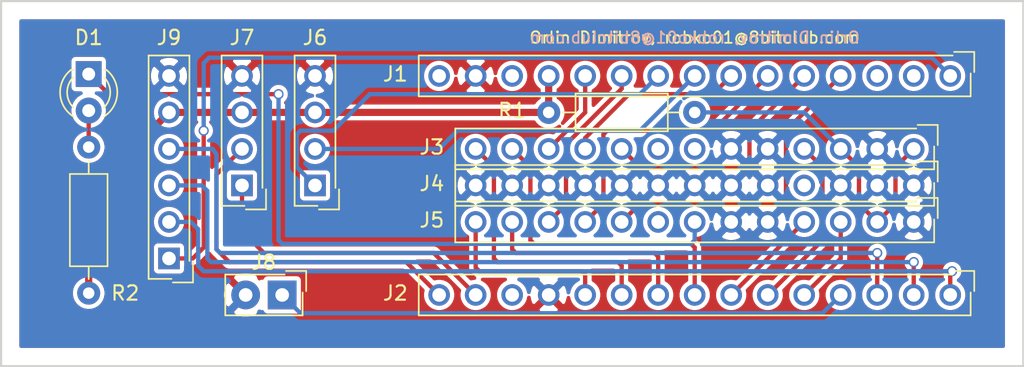
<source format=kicad_pcb>
(kicad_pcb (version 20171130) (host pcbnew "(5.1.9)-1")
  (title_block (title "Robko01 Arduino Extention") (rev 1.0) (company 8BitClub) (comment 1 "Orlin Dimitrov") (comment 2 robko01@8bitclub.com))
  (layers (0 F.Cu signal) (31 B.Cu signal) (34 B.Paste user) (35 F.Paste user) (36 B.SilkS user) (37 F.SilkS user) (38 B.Mask user) (39 F.Mask user) (44 Edge.Cuts user))
  (net 0 "")
  (net 1 "Net-(J1-Pad1)")
  (net 2 "Net-(J1-Pad2)")
  (net 3 "Net-(J1-Pad3)")
  (net 4 DO3)
  (net 5 DO2)
  (net 6 DO1)
  (net 7 DO0)
  (net 8 "Net-(J1-Pad8)")
  (net 9 "Net-(J1-Pad9)")
  (net 10 IOR)
  (net 11 IOW)
  (net 12 +5V)
  (net 13 "Net-(J1-Pad13)")
  (net 14 GND)
  (net 15 "Net-(J1-Pad15)")
  (net 16 "Net-(J2-Pad1)")
  (net 17 "Net-(J2-Pad2)")
  (net 18 "Net-(J2-Pad3)")
  (net 19 "Net-(J2-Pad4)")
  (net 20 A2)
  (net 21 A1)
  (net 22 A0)
  (net 23 DI3)
  (net 24 DI2)
  (net 25 DI1)
  (net 26 DI0)
  (net 27 "Net-(J2-Pad13)")
  (net 28 "Net-(J2-Pad14)")
  (net 29 "Net-(J2-Pad15)")
  (net 30 "Net-(J3-Pad1)")
  (net 31 "Net-(J3-Pad7)")
  (net 32 "Net-(J5-Pad8)")
  (net 33 LED)
  (net 34 "Net-(J3-Pad8)")
  (net 35 "Net-(D1-Pad2)")
  (module LEDs:LED_D3.0mm (layer F.Cu) (at 135.636 109.22 270)
    (fp_text reference D1 (at -2.54 0 180) (layer F.SilkS))
    (fp_text value LED)
    (fp_line (start -0.29 1.08) (end -0.29 1.236) (layer F.SilkS) (width 0.12))
    (fp_line (start -0.29 -1.236) (end -0.29 -1.08) (layer F.SilkS) (width 0.12))
    (fp_arc (start 1.27 0) (end -0.29 -1.235516) (angle 108.8) (layer F.SilkS) (width 0.12))
    (fp_arc (start 1.27 0) (end -0.29 1.235516) (angle -108.8) (layer F.SilkS) (width 0.12))
    (fp_arc (start 1.27 0) (end 0.229039 -1.08) (angle 87.9) (layer F.SilkS) (width 0.12))
    (fp_arc (start 1.27 0) (end 0.229039 1.08) (angle -87.9) (layer F.SilkS) (width 0.12))
    (pad 1 thru_hole rect (at 0 0 270) (size 1.8 1.8) (drill 0.9) (layers *.Cu *.Mask) (net 33 LED))
    (pad 2 thru_hole circle (at 2.54 0 270) (size 1.8 1.8) (drill 0.9) (layers *.Cu *.Mask) (net 35 "Net-(D1-Pad2)"))
  )
  (module Connectors_Samtec:SL-115-X-XX_1x15 (layer F.Cu) (at 195.58 109.347 270)
    (fp_text reference J1 (at -0.127 38.608) (layer F.SilkS))
    (fp_text value CONN_01X15)
    (fp_line (start -1.67 -1.67) (end -1.67 -0.27) (layer F.SilkS) (width 0.12))
    (fp_line (start -0.27 -1.67) (end -1.67 -1.67) (layer F.SilkS) (width 0.12))
    (fp_line (start -1.42 36.98) (end -1.42 -0.17) (layer F.SilkS) (width 0.12))
    (fp_line (start 1.42 36.98) (end -1.42 36.98) (layer F.SilkS) (width 0.12))
    (fp_line (start 1.42 -1.42) (end 1.42 36.98) (layer F.SilkS) (width 0.12))
    (fp_line (start -0.17 -1.42) (end 1.42 -1.42) (layer F.SilkS) (width 0.12))
    (pad 1 thru_hole circle (at 0 0 270) (size 1.5 1.5) (drill 0.95) (layers *.Cu *.Mask) (net 1 "Net-(J1-Pad1)"))
    (pad 2 thru_hole circle (at 0 2.54 270) (size 1.5 1.5) (drill 0.95) (layers *.Cu *.Mask) (net 2 "Net-(J1-Pad2)"))
    (pad 3 thru_hole circle (at 0 5.08 270) (size 1.5 1.5) (drill 0.95) (layers *.Cu *.Mask) (net 3 "Net-(J1-Pad3)"))
    (pad 4 thru_hole circle (at 0 7.62 270) (size 1.5 1.5) (drill 0.95) (layers *.Cu *.Mask) (net 11 IOW))
    (pad 5 thru_hole circle (at 0 10.16 270) (size 1.5 1.5) (drill 0.95) (layers *.Cu *.Mask) (net 10 IOR))
    (pad 6 thru_hole circle (at 0 12.7 270) (size 1.5 1.5) (drill 0.95) (layers *.Cu *.Mask) (net 5 DO2))
    (pad 7 thru_hole circle (at 0 15.24 270) (size 1.5 1.5) (drill 0.95) (layers *.Cu *.Mask) (net 4 DO3))
    (pad 8 thru_hole circle (at 0 17.78 270) (size 1.5 1.5) (drill 0.95) (layers *.Cu *.Mask) (net 8 "Net-(J1-Pad8)"))
    (pad 9 thru_hole circle (at 0 20.32 270) (size 1.5 1.5) (drill 0.95) (layers *.Cu *.Mask) (net 9 "Net-(J1-Pad9)"))
    (pad 10 thru_hole circle (at 0 22.86 270) (size 1.5 1.5) (drill 0.95) (layers *.Cu *.Mask) (net 7 DO0))
    (pad 11 thru_hole circle (at 0 25.4 270) (size 1.5 1.5) (drill 0.95) (layers *.Cu *.Mask) (net 6 DO1))
    (pad 12 thru_hole circle (at 0 27.94 270) (size 1.5 1.5) (drill 0.95) (layers *.Cu *.Mask) (net 12 +5V))
    (pad 13 thru_hole circle (at 0 30.48 270) (size 1.5 1.5) (drill 0.95) (layers *.Cu *.Mask) (net 13 "Net-(J1-Pad13)"))
    (pad 14 thru_hole circle (at 0 33.02 270) (size 1.5 1.5) (drill 0.95) (layers *.Cu *.Mask) (net 14 GND))
    (pad 15 thru_hole circle (at 0 35.56 270) (size 1.5 1.5) (drill 0.95) (layers *.Cu *.Mask) (net 15 "Net-(J1-Pad15)"))
  )
  (module Connectors_Samtec:SL-115-X-XX_1x15 (layer F.Cu) (at 195.58 124.587 270)
    (fp_text reference J2 (at -0.127 38.608) (layer F.SilkS))
    (fp_text value CONN_01X15)
    (fp_line (start -1.67 -1.67) (end -1.67 -0.27) (layer F.SilkS) (width 0.12))
    (fp_line (start -0.27 -1.67) (end -1.67 -1.67) (layer F.SilkS) (width 0.12))
    (fp_line (start -1.42 36.98) (end -1.42 -0.17) (layer F.SilkS) (width 0.12))
    (fp_line (start 1.42 36.98) (end -1.42 36.98) (layer F.SilkS) (width 0.12))
    (fp_line (start 1.42 -1.42) (end 1.42 36.98) (layer F.SilkS) (width 0.12))
    (fp_line (start -0.17 -1.42) (end 1.42 -1.42) (layer F.SilkS) (width 0.12))
    (pad 1 thru_hole circle (at 0 0 270) (size 1.5 1.5) (drill 0.95) (layers *.Cu *.Mask) (net 16 "Net-(J2-Pad1)"))
    (pad 2 thru_hole circle (at 0 2.54 270) (size 1.5 1.5) (drill 0.95) (layers *.Cu *.Mask) (net 17 "Net-(J2-Pad2)"))
    (pad 3 thru_hole circle (at 0 5.08 270) (size 1.5 1.5) (drill 0.95) (layers *.Cu *.Mask) (net 18 "Net-(J2-Pad3)"))
    (pad 4 thru_hole circle (at 0 7.62 270) (size 1.5 1.5) (drill 0.95) (layers *.Cu *.Mask) (net 19 "Net-(J2-Pad4)"))
    (pad 5 thru_hole circle (at 0 10.16 270) (size 1.5 1.5) (drill 0.95) (layers *.Cu *.Mask) (net 20 A2))
    (pad 6 thru_hole circle (at 0 12.7 270) (size 1.5 1.5) (drill 0.95) (layers *.Cu *.Mask) (net 21 A1))
    (pad 7 thru_hole circle (at 0 15.24 270) (size 1.5 1.5) (drill 0.95) (layers *.Cu *.Mask) (net 22 A0))
    (pad 8 thru_hole circle (at 0 17.78 270) (size 1.5 1.5) (drill 0.95) (layers *.Cu *.Mask) (net 23 DI3))
    (pad 9 thru_hole circle (at 0 20.32 270) (size 1.5 1.5) (drill 0.95) (layers *.Cu *.Mask) (net 24 DI2))
    (pad 10 thru_hole circle (at 0 22.86 270) (size 1.5 1.5) (drill 0.95) (layers *.Cu *.Mask) (net 25 DI1))
    (pad 11 thru_hole circle (at 0 25.4 270) (size 1.5 1.5) (drill 0.95) (layers *.Cu *.Mask) (net 26 DI0))
    (pad 12 thru_hole circle (at 0 27.94 270) (size 1.5 1.5) (drill 0.95) (layers *.Cu *.Mask) (net 14 GND))
    (pad 13 thru_hole circle (at 0 30.48 270) (size 1.5 1.5) (drill 0.95) (layers *.Cu *.Mask) (net 27 "Net-(J2-Pad13)"))
    (pad 14 thru_hole circle (at 0 33.02 270) (size 1.5 1.5) (drill 0.95) (layers *.Cu *.Mask) (net 28 "Net-(J2-Pad14)"))
    (pad 15 thru_hole circle (at 0 35.56 270) (size 1.5 1.5) (drill 0.95) (layers *.Cu *.Mask) (net 29 "Net-(J2-Pad15)"))
  )
  (module Connectors_Samtec:SL-113-X-XX_1x13 (layer F.Cu) (at 193.04 114.427 270)
    (fp_text reference J3 (at -0.127 33.528) (layer F.SilkS))
    (fp_text value A)
    (fp_line (start -1.67 -1.67) (end -1.67 -0.27) (layer F.SilkS) (width 0.12))
    (fp_line (start -0.27 -1.67) (end -1.67 -1.67) (layer F.SilkS) (width 0.12))
    (fp_line (start -1.42 31.9) (end -1.42 -0.17) (layer F.SilkS) (width 0.12))
    (fp_line (start 1.42 31.9) (end -1.42 31.9) (layer F.SilkS) (width 0.12))
    (fp_line (start 1.42 -1.42) (end 1.42 31.9) (layer F.SilkS) (width 0.12))
    (fp_line (start -0.17 -1.42) (end 1.42 -1.42) (layer F.SilkS) (width 0.12))
    (pad 1 thru_hole circle (at 0 0 270) (size 1.5 1.5) (drill 0.95) (layers *.Cu *.Mask) (net 30 "Net-(J3-Pad1)"))
    (pad 2 thru_hole circle (at 0 2.54 270) (size 1.5 1.5) (drill 0.95) (layers *.Cu *.Mask) (net 14 GND))
    (pad 3 thru_hole circle (at 0 5.08 270) (size 1.5 1.5) (drill 0.95) (layers *.Cu *.Mask) (net 30 "Net-(J3-Pad1)"))
    (pad 4 thru_hole circle (at 0 7.62 270) (size 1.5 1.5) (drill 0.95) (layers *.Cu *.Mask) (net 21 A1))
    (pad 5 thru_hole circle (at 0 10.16 270) (size 1.5 1.5) (drill 0.95) (layers *.Cu *.Mask) (net 14 GND))
    (pad 6 thru_hole circle (at 0 12.7 270) (size 1.5 1.5) (drill 0.95) (layers *.Cu *.Mask) (net 14 GND))
    (pad 7 thru_hole circle (at 0 15.24 270) (size 1.5 1.5) (drill 0.95) (layers *.Cu *.Mask) (net 31 "Net-(J3-Pad7)"))
    (pad 8 thru_hole circle (at 0 17.78 270) (size 1.5 1.5) (drill 0.95) (layers *.Cu *.Mask) (net 34 "Net-(J3-Pad8)"))
    (pad 9 thru_hole circle (at 0 20.32 270) (size 1.5 1.5) (drill 0.95) (layers *.Cu *.Mask) (net 10 IOR))
    (pad 10 thru_hole circle (at 0 22.86 270) (size 1.5 1.5) (drill 0.95) (layers *.Cu *.Mask) (net 4 DO3))
    (pad 11 thru_hole circle (at 0 25.4 270) (size 1.5 1.5) (drill 0.95) (layers *.Cu *.Mask) (net 6 DO1))
    (pad 12 thru_hole circle (at 0 27.94 270) (size 1.5 1.5) (drill 0.95) (layers *.Cu *.Mask) (net 23 DI3))
    (pad 13 thru_hole circle (at 0 30.48 270) (size 1.5 1.5) (drill 0.95) (layers *.Cu *.Mask) (net 25 DI1))
  )
  (module Connectors_Samtec:SL-113-X-XX_1x13 (layer F.Cu) (at 193.04 116.967 270)
    (fp_text reference J4 (at -0.127 33.528) (layer F.SilkS))
    (fp_text value B)
    (fp_line (start -1.67 -1.67) (end -1.67 -0.27) (layer F.SilkS) (width 0.12))
    (fp_line (start -0.27 -1.67) (end -1.67 -1.67) (layer F.SilkS) (width 0.12))
    (fp_line (start -1.42 31.9) (end -1.42 -0.17) (layer F.SilkS) (width 0.12))
    (fp_line (start 1.42 31.9) (end -1.42 31.9) (layer F.SilkS) (width 0.12))
    (fp_line (start 1.42 -1.42) (end 1.42 31.9) (layer F.SilkS) (width 0.12))
    (fp_line (start -0.17 -1.42) (end 1.42 -1.42) (layer F.SilkS) (width 0.12))
    (pad 1 thru_hole circle (at 0 0 270) (size 1.5 1.5) (drill 0.95) (layers *.Cu *.Mask) (net 14 GND))
    (pad 2 thru_hole circle (at 0 2.54 270) (size 1.5 1.5) (drill 0.95) (layers *.Cu *.Mask) (net 14 GND))
    (pad 3 thru_hole circle (at 0 5.08 270) (size 1.5 1.5) (drill 0.95) (layers *.Cu *.Mask) (net 14 GND))
    (pad e4 thru_hole circle (at 0 7.62 270) (size 1.5 1.5) (drill 0.95) (layers *.Cu *.Mask))
    (pad 5 thru_hole circle (at 0 10.16 270) (size 1.5 1.5) (drill 0.95) (layers *.Cu *.Mask) (net 14 GND))
    (pad 6 thru_hole circle (at 0 12.7 270) (size 1.5 1.5) (drill 0.95) (layers *.Cu *.Mask) (net 14 GND))
    (pad 7 thru_hole circle (at 0 15.24 270) (size 1.5 1.5) (drill 0.95) (layers *.Cu *.Mask) (net 14 GND))
    (pad 8 thru_hole circle (at 0 17.78 270) (size 1.5 1.5) (drill 0.95) (layers *.Cu *.Mask) (net 14 GND))
    (pad 9 thru_hole circle (at 0 20.32 270) (size 1.5 1.5) (drill 0.95) (layers *.Cu *.Mask) (net 14 GND))
    (pad 10 thru_hole circle (at 0 22.86 270) (size 1.5 1.5) (drill 0.95) (layers *.Cu *.Mask) (net 14 GND))
    (pad 11 thru_hole circle (at 0 25.4 270) (size 1.5 1.5) (drill 0.95) (layers *.Cu *.Mask) (net 14 GND))
    (pad 12 thru_hole circle (at 0 27.94 270) (size 1.5 1.5) (drill 0.95) (layers *.Cu *.Mask) (net 14 GND))
    (pad 13 thru_hole circle (at 0 30.48 270) (size 1.5 1.5) (drill 0.95) (layers *.Cu *.Mask) (net 14 GND))
  )
  (module Connectors_Samtec:SL-113-X-XX_1x13 (layer F.Cu) (at 193.04 119.507 270)
    (fp_text reference J5 (at -0.127 33.528) (layer F.SilkS))
    (fp_text value C)
    (fp_line (start -1.67 -1.67) (end -1.67 -0.27) (layer F.SilkS) (width 0.12))
    (fp_line (start -0.27 -1.67) (end -1.67 -1.67) (layer F.SilkS) (width 0.12))
    (fp_line (start -1.42 31.9) (end -1.42 -0.17) (layer F.SilkS) (width 0.12))
    (fp_line (start 1.42 31.9) (end -1.42 31.9) (layer F.SilkS) (width 0.12))
    (fp_line (start 1.42 -1.42) (end 1.42 31.9) (layer F.SilkS) (width 0.12))
    (fp_line (start -0.17 -1.42) (end 1.42 -1.42) (layer F.SilkS) (width 0.12))
    (pad 1 thru_hole circle (at 0 0 270) (size 1.5 1.5) (drill 0.95) (layers *.Cu *.Mask) (net 14 GND))
    (pad 2 thru_hole circle (at 0 2.54 270) (size 1.5 1.5) (drill 0.95) (layers *.Cu *.Mask) (net 30 "Net-(J3-Pad1)"))
    (pad 3 thru_hole circle (at 0 5.08 270) (size 1.5 1.5) (drill 0.95) (layers *.Cu *.Mask) (net 20 A2))
    (pad 4 thru_hole circle (at 0 7.62 270) (size 1.5 1.5) (drill 0.95) (layers *.Cu *.Mask) (net 22 A0))
    (pad 5 thru_hole circle (at 0 10.16 270) (size 1.5 1.5) (drill 0.95) (layers *.Cu *.Mask) (net 14 GND))
    (pad 6 thru_hole circle (at 0 12.7 270) (size 1.5 1.5) (drill 0.95) (layers *.Cu *.Mask) (net 14 GND))
    (pad 7 thru_hole circle (at 0 15.24 270) (size 1.5 1.5) (drill 0.95) (layers *.Cu *.Mask) (net 33 LED))
    (pad 8 thru_hole circle (at 0 17.78 270) (size 1.5 1.5) (drill 0.95) (layers *.Cu *.Mask) (net 32 "Net-(J5-Pad8)"))
    (pad 9 thru_hole circle (at 0 20.32 270) (size 1.5 1.5) (drill 0.95) (layers *.Cu *.Mask) (net 11 IOW))
    (pad 10 thru_hole circle (at 0 22.86 270) (size 1.5 1.5) (drill 0.95) (layers *.Cu *.Mask) (net 5 DO2))
    (pad 11 thru_hole circle (at 0 25.4 270) (size 1.5 1.5) (drill 0.95) (layers *.Cu *.Mask) (net 7 DO0))
    (pad 12 thru_hole circle (at 0 27.94 270) (size 1.5 1.5) (drill 0.95) (layers *.Cu *.Mask) (net 24 DI2))
    (pad 13 thru_hole circle (at 0 30.48 270) (size 1.5 1.5) (drill 0.95) (layers *.Cu *.Mask) (net 26 DI0))
  )
  (module Connectors_Samtec:SL-104-X-XX_1x04 (layer F.Cu) (at 151.384 116.967 180)
    (fp_text reference J6 (at 0 10.287) (layer F.SilkS))
    (fp_text value I2C)
    (fp_line (start -1.67 -1.67) (end -1.67 -0.27) (layer F.SilkS) (width 0.12))
    (fp_line (start -0.27 -1.67) (end -1.67 -1.67) (layer F.SilkS) (width 0.12))
    (fp_line (start -1.42 9.04) (end -1.42 -0.17) (layer F.SilkS) (width 0.12))
    (fp_line (start 1.42 9.04) (end -1.42 9.04) (layer F.SilkS) (width 0.12))
    (fp_line (start 1.42 -1.42) (end 1.42 9.04) (layer F.SilkS) (width 0.12))
    (fp_line (start -0.17 -1.42) (end 1.42 -1.42) (layer F.SilkS) (width 0.12))
    (pad 1 thru_hole rect (at 0 0 180) (size 1.5 1.5) (drill 0.95) (layers *.Cu *.Mask) (net 9 "Net-(J1-Pad9)"))
    (pad 2 thru_hole circle (at 0 2.54 180) (size 1.5 1.5) (drill 0.95) (layers *.Cu *.Mask) (net 8 "Net-(J1-Pad8)"))
    (pad 3 thru_hole circle (at 0 5.08 180) (size 1.5 1.5) (drill 0.95) (layers *.Cu *.Mask) (net 12 +5V))
    (pad 4 thru_hole circle (at 0 7.62 180) (size 1.5 1.5) (drill 0.95) (layers *.Cu *.Mask) (net 14 GND))
  )
  (module Connectors_Samtec:SL-104-X-XX_1x04 (layer F.Cu) (at 146.304 116.967 180)
    (fp_text reference J7 (at 0 10.287) (layer F.SilkS))
    (fp_text value UART)
    (fp_line (start -1.67 -1.67) (end -1.67 -0.27) (layer F.SilkS) (width 0.12))
    (fp_line (start -0.27 -1.67) (end -1.67 -1.67) (layer F.SilkS) (width 0.12))
    (fp_line (start -1.42 9.04) (end -1.42 -0.17) (layer F.SilkS) (width 0.12))
    (fp_line (start 1.42 9.04) (end -1.42 9.04) (layer F.SilkS) (width 0.12))
    (fp_line (start 1.42 -1.42) (end 1.42 9.04) (layer F.SilkS) (width 0.12))
    (fp_line (start -0.17 -1.42) (end 1.42 -1.42) (layer F.SilkS) (width 0.12))
    (pad 1 thru_hole rect (at 0 0 180) (size 1.5 1.5) (drill 0.95) (layers *.Cu *.Mask) (net 28 "Net-(J2-Pad14)"))
    (pad 2 thru_hole circle (at 0 2.54 180) (size 1.5 1.5) (drill 0.95) (layers *.Cu *.Mask) (net 29 "Net-(J2-Pad15)"))
    (pad 3 thru_hole circle (at 0 5.08 180) (size 1.5 1.5) (drill 0.95) (layers *.Cu *.Mask) (net 12 +5V))
    (pad 4 thru_hole circle (at 0 7.62 180) (size 1.5 1.5) (drill 0.95) (layers *.Cu *.Mask) (net 14 GND))
  )
  (module Connectors_Samtec:SL-102-X-XX_1x02 (layer F.Cu) (at 149.098 124.587 270)
    (fp_text reference J8 (at -2.27 1.27) (layer F.SilkS))
    (fp_text value SS)
    (fp_line (start -1.67 -1.67) (end -1.67 -0.27) (layer F.SilkS) (width 0.12))
    (fp_line (start -0.27 -1.67) (end -1.67 -1.67) (layer F.SilkS) (width 0.12))
    (fp_line (start -1.42 3.96) (end -1.42 -0.17) (layer F.SilkS) (width 0.12))
    (fp_line (start 1.42 3.96) (end -1.42 3.96) (layer F.SilkS) (width 0.12))
    (fp_line (start 1.42 -1.42) (end 1.42 3.96) (layer F.SilkS) (width 0.12))
    (fp_line (start -0.17 -1.42) (end 1.42 -1.42) (layer F.SilkS) (width 0.12))
    (pad 1 thru_hole rect (at 0 0 270) (size 2 2) (drill 0.95) (layers *.Cu *.Mask) (net 19 "Net-(J2-Pad4)"))
    (pad 2 thru_hole circle (at 0 2.54 270) (size 2 2) (drill 0.95) (layers *.Cu *.Mask) (net 14 GND))
  )
  (module Connectors_Samtec:SL-106-X-XX_1x06 (layer F.Cu) (at 141.224 122.047 180)
    (fp_text reference J9 (at 0 15.367) (layer F.SilkS))
    (fp_text value SPI)
    (fp_line (start -1.67 -1.67) (end -1.67 -0.27) (layer F.SilkS) (width 0.12))
    (fp_line (start -0.27 -1.67) (end -1.67 -1.67) (layer F.SilkS) (width 0.12))
    (fp_line (start -1.42 14.12) (end -1.42 -0.17) (layer F.SilkS) (width 0.12))
    (fp_line (start 1.42 14.12) (end -1.42 14.12) (layer F.SilkS) (width 0.12))
    (fp_line (start 1.42 -1.42) (end 1.42 14.12) (layer F.SilkS) (width 0.12))
    (fp_line (start -0.17 -1.42) (end 1.42 -1.42) (layer F.SilkS) (width 0.12))
    (pad 1 thru_hole rect (at 0 0 180) (size 1.5 1.5) (drill 0.95) (layers *.Cu *.Mask) (net 1 "Net-(J1-Pad1)"))
    (pad 2 thru_hole circle (at 0 2.54 180) (size 1.5 1.5) (drill 0.95) (layers *.Cu *.Mask) (net 16 "Net-(J2-Pad1)"))
    (pad 3 thru_hole circle (at 0 5.08 180) (size 1.5 1.5) (drill 0.95) (layers *.Cu *.Mask) (net 17 "Net-(J2-Pad2)"))
    (pad 4 thru_hole circle (at 0 7.62 180) (size 1.5 1.5) (drill 0.95) (layers *.Cu *.Mask) (net 18 "Net-(J2-Pad3)"))
    (pad 5 thru_hole circle (at 0 10.16 180) (size 1.5 1.5) (drill 0.95) (layers *.Cu *.Mask) (net 12 +5V))
    (pad 6 thru_hole circle (at 0 12.7 180) (size 1.5 1.5) (drill 0.95) (layers *.Cu *.Mask) (net 14 GND))
  )
  (module Resistors_THT:R_Axial_DIN0207_L6.3mm_D2.5mm_P10.16mm_Horizontal (layer F.Cu) (at 167.64 111.887)
    (fp_text reference R1 (at -2.54 -0.127) (layer F.SilkS))
    (fp_text value 10k)
    (fp_line (start 9.18 0) (end 8.29 0) (layer F.SilkS) (width 0.12))
    (fp_line (start 0.98 0) (end 1.87 0) (layer F.SilkS) (width 0.12))
    (fp_line (start 8.29 -1.31) (end 1.87 -1.31) (layer F.SilkS) (width 0.12))
    (fp_line (start 8.29 1.31) (end 8.29 -1.31) (layer F.SilkS) (width 0.12))
    (fp_line (start 1.87 1.31) (end 8.29 1.31) (layer F.SilkS) (width 0.12))
    (fp_line (start 1.87 -1.31) (end 1.87 1.31) (layer F.SilkS) (width 0.12))
    (pad 1 thru_hole circle (at 0 0) (size 1.6 1.6) (drill 0.8) (layers *.Cu *.Mask) (net 12 +5V))
    (pad 2 thru_hole oval (at 10.16 0) (size 1.6 1.6) (drill 0.8) (layers *.Cu *.Mask) (net 30 "Net-(J3-Pad1)"))
  )
  (module Resistors_THT:R_Axial_DIN0207_L6.3mm_D2.5mm_P10.16mm_Horizontal (layer F.Cu) (at 135.636 124.46 90)
    (fp_text reference R2 (at 0 2.54) (layer F.SilkS))
    (fp_text value 330)
    (fp_line (start 9.18 0) (end 8.29 0) (layer F.SilkS) (width 0.12))
    (fp_line (start 0.98 0) (end 1.87 0) (layer F.SilkS) (width 0.12))
    (fp_line (start 8.29 -1.31) (end 1.87 -1.31) (layer F.SilkS) (width 0.12))
    (fp_line (start 8.29 1.31) (end 8.29 -1.31) (layer F.SilkS) (width 0.12))
    (fp_line (start 1.87 1.31) (end 8.29 1.31) (layer F.SilkS) (width 0.12))
    (fp_line (start 1.87 -1.31) (end 1.87 1.31) (layer F.SilkS) (width 0.12))
    (pad 1 thru_hole circle (at 0 0 90) (size 1.6 1.6) (drill 0.8) (layers *.Cu *.Mask) (net 12 +5V))
    (pad 2 thru_hole oval (at 10.16 0 90) (size 1.6 1.6) (drill 0.8) (layers *.Cu *.Mask) (net 35 "Net-(D1-Pad2)"))
  )
  (gr_text "Orlin Dimitrov, robko01@8bitclub.com" (at 177.8 106.68) (layer B.SilkS) (effects (font (size 0.8 0.8) (thickness 0.125)) (justify mirror)))
  (gr_text "Orlin Dimitrov, robko01@8bitclub.com" (at 177.8 106.68) (layer F.SilkS) (effects (font (size 0.8 0.8) (thickness 0.125))))
  (gr_line (start 129.54 129.54) (end 129.54 104.14) (angle 90) (layer Edge.Cuts) (width 0.15))
  (gr_line (start 200.66 129.54) (end 129.54 129.54) (angle 90) (layer Edge.Cuts) (width 0.15))
  (gr_line (start 200.66 104.14) (end 200.66 129.54) (angle 90) (layer Edge.Cuts) (width 0.15))
  (gr_line (start 129.54 104.14) (end 200.66 104.14) (angle 90) (layer Edge.Cuts) (width 0.15))
  (segment (start 135.636 111.76) (end 135.636 114.3) (width 0.3) (layer F.Cu) (net 35))
  (segment (start 194.31 108.077) (end 190.754 108.077) (width 0.3) (layer B.Cu) (net 1))
  (segment (start 143.637 108.458) (end 143.764 108.331) (width 0.3) (layer B.Cu) (net 1))
  (segment (start 144.018 108.077) (end 190.754 108.077) (width 0.3) (layer B.Cu) (net 1))
  (segment (start 143.764 108.331) (end 144.018 108.077) (width 0.3) (layer B.Cu) (net 1))
  (segment (start 143.637 108.458) (end 143.637 113.157) (width 0.3) (layer B.Cu) (net 1))
  (segment (start 194.31 108.077) (end 194.437 108.204) (width 0.3) (layer B.Cu) (net 1))
  (segment (start 141.224 122.047) (end 142.875 122.047) (width 0.3) (layer F.Cu) (net 1))
  (segment (start 142.875 122.047) (end 143.637 121.285) (width 0.3) (layer F.Cu) (net 1))
  (segment (start 143.637 121.285) (end 143.637 113.157) (width 0.3) (layer F.Cu) (net 1))
  (via (at 143.637 113.157) (size 0.7) (drill 0.5) (layers F.Cu B.Cu) (net 1))
  (segment (start 143.637 113.157) (end 143.764 113.03) (width 0.3) (layer B.Cu) (net 1))
  (segment (start 194.31 108.077) (end 194.437 108.204) (width 0.3) (layer B.Cu) (net 1))
  (segment (start 194.437 108.204) (end 195.58 109.347) (width 0.3) (layer B.Cu) (net 1))
  (segment (start 170.18 114.427) (end 170.18 113.665) (width 0.3) (layer F.Cu) (net 4))
  (segment (start 179.07 110.617) (end 180.34 109.347) (width 0.3) (layer F.Cu) (net 4))
  (segment (start 173.228 110.617) (end 179.07 110.617) (width 0.3) (layer F.Cu) (net 4))
  (segment (start 170.18 113.665) (end 173.228 110.617) (width 0.3) (layer F.Cu) (net 4))
  (segment (start 170.18 114.427) (end 170.18 113.919) (width 0.25) (layer B.Cu) (net 4))
  (segment (start 170.18 119.507) (end 171.45 118.237) (width 0.3) (layer F.Cu) (net 5))
  (segment (start 179.07 113.157) (end 182.88 109.347) (width 0.3) (layer F.Cu) (net 5))
  (segment (start 171.704 113.157) (end 179.07 113.157) (width 0.3) (layer F.Cu) (net 5))
  (segment (start 171.45 113.411) (end 171.704 113.157) (width 0.3) (layer F.Cu) (net 5))
  (segment (start 171.45 118.237) (end 171.45 113.411) (width 0.3) (layer F.Cu) (net 5))
  (segment (start 167.64 114.427) (end 170.18 111.887) (width 0.3) (layer F.Cu) (net 6))
  (segment (start 170.18 111.887) (end 170.18 109.347) (width 0.3) (layer F.Cu) (net 6))
  (segment (start 168.8465 118.3005) (end 168.8465 114.1095) (width 0.3) (layer F.Cu) (net 7))
  (segment (start 172.72 110.236) (end 172.72 109.347) (width 0.3) (layer F.Cu) (net 7))
  (segment (start 168.8465 114.1095) (end 172.72 110.236) (width 0.3) (layer F.Cu) (net 7))
  (segment (start 167.64 119.507) (end 168.8465 118.3005) (width 0.3) (layer F.Cu) (net 7))
  (segment (start 168.8465 118.3005) (end 168.91 118.237) (width 0.3) (layer F.Cu) (net 7))
  (segment (start 156.464 114.427) (end 160.02 114.427) (width 0.3) (layer B.Cu) (net 8))
  (segment (start 160.02 114.427) (end 161.29 113.157) (width 0.3) (layer B.Cu) (net 8))
  (segment (start 161.29 113.157) (end 173.99 113.157) (width 0.3) (layer B.Cu) (net 8))
  (segment (start 177.8 109.347) (end 173.99 113.157) (width 0.3) (layer B.Cu) (net 8))
  (segment (start 156.464 114.427) (end 151.384 114.427) (width 0.3) (layer B.Cu) (net 8))
  (segment (start 155.194 110.617) (end 158.75 110.617) (width 0.3) (layer B.Cu) (net 9))
  (segment (start 173.99 110.617) (end 158.75 110.617) (width 0.3) (layer B.Cu) (net 9))
  (segment (start 155.194 110.617) (end 152.654 113.157) (width 0.3) (layer B.Cu) (net 9))
  (segment (start 152.654 113.157) (end 150.368 113.157) (width 0.3) (layer B.Cu) (net 9))
  (segment (start 150.368 113.157) (end 150.114 113.411) (width 0.3) (layer B.Cu) (net 9))
  (segment (start 150.114 113.411) (end 150.114 115.697) (width 0.3) (layer B.Cu) (net 9))
  (segment (start 151.384 116.967) (end 150.114 115.697) (width 0.3) (layer B.Cu) (net 9))
  (segment (start 173.99 110.617) (end 175.26 109.347) (width 0.3) (layer B.Cu) (net 9))
  (segment (start 172.72 114.427) (end 173.99 115.697) (width 0.3) (layer F.Cu) (net 10))
  (segment (start 181.61 113.157) (end 185.42 109.347) (width 0.3) (layer F.Cu) (net 10))
  (segment (start 181.61 115.443) (end 181.61 113.157) (width 0.3) (layer F.Cu) (net 10))
  (segment (start 181.356 115.697) (end 181.61 115.443) (width 0.3) (layer F.Cu) (net 10))
  (segment (start 173.99 115.697) (end 181.356 115.697) (width 0.3) (layer F.Cu) (net 10))
  (segment (start 172.72 119.507) (end 173.99 118.237) (width 0.3) (layer F.Cu) (net 11))
  (segment (start 184.15 113.157) (end 187.96 109.347) (width 0.3) (layer F.Cu) (net 11))
  (segment (start 184.15 117.983) (end 184.15 113.157) (width 0.3) (layer F.Cu) (net 11))
  (segment (start 183.896 118.237) (end 184.15 117.983) (width 0.3) (layer F.Cu) (net 11))
  (segment (start 173.99 118.237) (end 183.896 118.237) (width 0.3) (layer F.Cu) (net 11))
  (segment (start 167.64 111.887) (end 164.084 111.887) (width 0.5) (layer F.Cu) (net 12))
  (segment (start 164.084 111.887) (end 151.384 111.887) (width 0.5) (layer F.Cu) (net 12))
  (segment (start 146.304 111.887) (end 141.224 111.887) (width 0.5) (layer F.Cu) (net 12))
  (segment (start 151.384 111.887) (end 146.304 111.887) (width 0.5) (layer F.Cu) (net 12))
  (segment (start 167.64 109.347) (end 167.64 111.887) (width 0.5) (layer F.Cu) (net 12))
  (segment (start 135.636 117.475) (end 141.224 111.887) (width 0.5) (layer F.Cu) (net 12))
  (segment (start 135.636 124.46) (end 135.636 117.475) (width 0.5) (layer F.Cu) (net 12))
  (segment (start 191.389 122.936) (end 194.945 122.936) (width 0.3) (layer B.Cu) (net 16))
  (segment (start 142.748 119.507) (end 143.256 120.015) (width 0.3) (layer B.Cu) (net 16))
  (segment (start 143.256 120.015) (end 143.256 122.555) (width 0.3) (layer B.Cu) (net 16))
  (segment (start 143.256 122.555) (end 143.637 122.936) (width 0.3) (layer B.Cu) (net 16))
  (segment (start 143.637 122.936) (end 191.389 122.936) (width 0.3) (layer B.Cu) (net 16))
  (segment (start 194.945 122.936) (end 195.707 122.936) (width 0.3) (layer B.Cu) (net 16))
  (via (at 195.707 122.936) (size 0.7) (drill 0.5) (layers F.Cu B.Cu) (net 16))
  (segment (start 195.707 122.936) (end 195.58 123.063) (width 0.3) (layer F.Cu) (net 16))
  (segment (start 195.58 124.587) (end 195.58 123.063) (width 0.3) (layer F.Cu) (net 16))
  (segment (start 142.748 119.507) (end 141.224 119.507) (width 0.3) (layer B.Cu) (net 16))
  (segment (start 189.484 122.301) (end 193.04 122.301) (width 0.3) (layer B.Cu) (net 17))
  (segment (start 143.51 116.967) (end 143.891 117.348) (width 0.3) (layer B.Cu) (net 17))
  (segment (start 143.891 117.348) (end 143.891 122.047) (width 0.3) (layer B.Cu) (net 17))
  (segment (start 143.891 122.047) (end 144.145 122.301) (width 0.3) (layer B.Cu) (net 17))
  (segment (start 144.145 122.301) (end 189.484 122.301) (width 0.3) (layer B.Cu) (net 17))
  (via (at 193.04 122.301) (size 0.7) (drill 0.5) (layers F.Cu B.Cu) (net 17))
  (segment (start 193.04 124.587) (end 193.04 122.301) (width 0.3) (layer F.Cu) (net 17))
  (segment (start 143.51 116.967) (end 141.224 116.967) (width 0.3) (layer B.Cu) (net 17))
  (segment (start 186.944 121.666) (end 190.5 121.666) (width 0.3) (layer B.Cu) (net 18))
  (via (at 190.5 121.666) (size 0.7) (drill 0.5) (layers F.Cu B.Cu) (net 18))
  (segment (start 190.5 124.587) (end 190.5 121.666) (width 0.3) (layer F.Cu) (net 18))
  (segment (start 144.272 114.427) (end 141.097 114.427) (width 0.3) (layer B.Cu) (net 18))
  (segment (start 144.526 121.412) (end 144.78 121.666) (width 0.3) (layer B.Cu) (net 18))
  (segment (start 144.526 114.808) (end 144.526 121.412) (width 0.3) (layer B.Cu) (net 18))
  (segment (start 144.272 114.427) (end 144.526 114.808) (width 0.3) (layer B.Cu) (net 18))
  (segment (start 144.78 121.666) (end 186.944 121.666) (width 0.3) (layer B.Cu) (net 18))
  (segment (start 149.098 124.587) (end 150.368 125.857) (width 0.3) (layer B.Cu) (net 19))
  (segment (start 186.69 125.857) (end 187.96 124.587) (width 0.3) (layer B.Cu) (net 19))
  (segment (start 150.368 125.857) (end 186.69 125.857) (width 0.3) (layer B.Cu) (net 19))
  (segment (start 187.96 119.507) (end 187.96 122.047) (width 0.3) (layer F.Cu) (net 20))
  (segment (start 187.96 122.047) (end 185.42 124.587) (width 0.3) (layer F.Cu) (net 20))
  (segment (start 182.88 124.587) (end 186.69 120.777) (width 0.3) (layer F.Cu) (net 21))
  (segment (start 186.69 115.697) (end 185.42 114.427) (width 0.3) (layer F.Cu) (net 21))
  (segment (start 186.69 120.777) (end 186.69 115.697) (width 0.3) (layer F.Cu) (net 21))
  (segment (start 180.34 124.587) (end 185.42 119.507) (width 0.3) (layer F.Cu) (net 22))
  (segment (start 165.1 114.427) (end 166.37 115.697) (width 0.3) (layer F.Cu) (net 23))
  (segment (start 177.8 121.285) (end 177.8 124.587) (width 0.3) (layer F.Cu) (net 23))
  (segment (start 177.546 121.031) (end 177.8 121.285) (width 0.3) (layer F.Cu) (net 23))
  (segment (start 166.624 121.031) (end 177.546 121.031) (width 0.3) (layer F.Cu) (net 23))
  (segment (start 166.37 120.777) (end 166.624 121.031) (width 0.3) (layer F.Cu) (net 23))
  (segment (start 166.37 115.697) (end 166.37 120.777) (width 0.3) (layer F.Cu) (net 23))
  (segment (start 165.1 119.761) (end 165.1 121.412) (width 0.3) (layer F.Cu) (net 24))
  (segment (start 175.26 121.92) (end 175.26 124.841) (width 0.3) (layer F.Cu) (net 24))
  (segment (start 175.006 121.666) (end 175.26 121.92) (width 0.3) (layer F.Cu) (net 24))
  (segment (start 165.354 121.666) (end 175.006 121.666) (width 0.3) (layer F.Cu) (net 24))
  (segment (start 165.1 121.412) (end 165.354 121.666) (width 0.3) (layer F.Cu) (net 24))
  (segment (start 162.56 114.427) (end 163.83 115.697) (width 0.3) (layer F.Cu) (net 25))
  (segment (start 172.72 122.555) (end 172.72 124.587) (width 0.3) (layer F.Cu) (net 25))
  (segment (start 172.466 122.301) (end 172.72 122.555) (width 0.3) (layer F.Cu) (net 25))
  (segment (start 164.084 122.301) (end 172.466 122.301) (width 0.3) (layer F.Cu) (net 25))
  (segment (start 163.83 122.047) (end 164.084 122.301) (width 0.3) (layer F.Cu) (net 25))
  (segment (start 163.83 115.697) (end 163.83 122.047) (width 0.3) (layer F.Cu) (net 25))
  (segment (start 162.56 119.507) (end 162.56 122.682) (width 0.3) (layer F.Cu) (net 26))
  (segment (start 170.18 123.19) (end 170.18 124.587) (width 0.3) (layer F.Cu) (net 26))
  (segment (start 169.926 122.936) (end 170.18 123.19) (width 0.3) (layer F.Cu) (net 26))
  (segment (start 162.814 122.936) (end 169.926 122.936) (width 0.3) (layer F.Cu) (net 26))
  (segment (start 162.56 122.682) (end 162.814 122.936) (width 0.3) (layer F.Cu) (net 26))
  (segment (start 146.304 116.967) (end 146.304 120.142) (width 0.3) (layer F.Cu) (net 28))
  (segment (start 159.639 121.666) (end 162.56 124.587) (width 0.3) (layer F.Cu) (net 28))
  (segment (start 147.828 121.666) (end 159.639 121.666) (width 0.3) (layer F.Cu) (net 28))
  (segment (start 146.304 120.142) (end 147.828 121.666) (width 0.3) (layer F.Cu) (net 28))
  (segment (start 146.304 114.427) (end 144.526 116.205) (width 0.3) (layer F.Cu) (net 29))
  (segment (start 157.734 122.301) (end 160.02 124.587) (width 0.3) (layer F.Cu) (net 29))
  (segment (start 145.415 122.301) (end 157.734 122.301) (width 0.3) (layer F.Cu) (net 29))
  (segment (start 144.526 121.412) (end 145.415 122.301) (width 0.3) (layer F.Cu) (net 29))
  (segment (start 144.526 116.205) (end 144.526 121.412) (width 0.3) (layer F.Cu) (net 29))
  (segment (start 177.8 111.887) (end 185.42 111.887) (width 0.3) (layer B.Cu) (net 30))
  (segment (start 185.42 111.887) (end 187.96 114.427) (width 0.3) (layer B.Cu) (net 30))
  (segment (start 193.04 114.427) (end 191.77 115.697) (width 0.3) (layer F.Cu) (net 30))
  (segment (start 191.77 118.237) (end 190.5 119.507) (width 0.3) (layer F.Cu) (net 30))
  (segment (start 191.77 115.697) (end 191.77 118.237) (width 0.3) (layer F.Cu) (net 30))
  (segment (start 189.23 115.697) (end 189.23 118.237) (width 0.3) (layer F.Cu) (net 30))
  (segment (start 187.96 114.427) (end 189.23 115.697) (width 0.3) (layer F.Cu) (net 30))
  (segment (start 189.23 118.237) (end 190.5 119.507) (width 0.3) (layer F.Cu) (net 30))
  (segment (start 148.844 120.777) (end 148.844 110.617) (width 0.3) (layer B.Cu) (net 33))
  (segment (start 177.8 120.777) (end 177.546 121.031) (width 0.3) (layer B.Cu) (net 33))
  (segment (start 177.546 121.031) (end 149.098 121.031) (width 0.3) (layer B.Cu) (net 33))
  (segment (start 149.098 121.031) (end 148.844 120.777) (width 0.3) (layer B.Cu) (net 33))
  (segment (start 177.8 119.507) (end 177.8 120.777) (width 0.3) (layer B.Cu) (net 33))
  (segment (start 137.033 110.617) (end 135.636 109.22) (width 0.3) (layer F.Cu) (net 33))
  (segment (start 139.954 110.617) (end 137.033 110.617) (width 0.3) (layer F.Cu) (net 33))
  (segment (start 148.844 110.617) (end 139.954 110.617) (width 0.3) (layer F.Cu) (net 33))
  (via (at 148.844 110.617) (size 0.7) (drill 0.5) (layers F.Cu B.Cu) (net 33))
  (zone (net 14) (net_name GND) (layer F.Cu) (connect_pads (clearance 0.15)) (min_thickness 0.254) (fill yes (arc_segments 16) (thermal_gap 0.508) (thermal_bridge_width 0.508))
    (polygon (pts (xy 199.39 128.27) (xy 130.81 128.27) (xy 130.81 105.41) (xy 199.39 105.41)))
  )
  (zone (net 14) (net_name GND) (layer B.Cu) (connect_pads (clearance 0.15)) (min_thickness 0.254) (fill yes (arc_segments 16) (thermal_gap 0.508) (thermal_bridge_width 0.508))
    (polygon (pts (xy 199.39 128.27) (xy 130.81 128.27) (xy 130.81 105.41) (xy 199.39 105.41)))
  )
)
</source>
